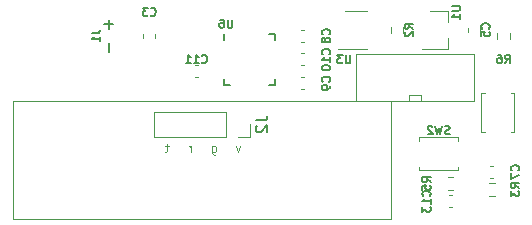
<source format=gbo>
G04 #@! TF.GenerationSoftware,KiCad,Pcbnew,(5.1.10)-1*
G04 #@! TF.CreationDate,2021-12-13T15:30:27+09:00*
G04 #@! TF.ProjectId,cat_tracker,6361745f-7472-4616-936b-65722e6b6963,rev?*
G04 #@! TF.SameCoordinates,Original*
G04 #@! TF.FileFunction,Legend,Bot*
G04 #@! TF.FilePolarity,Positive*
%FSLAX46Y46*%
G04 Gerber Fmt 4.6, Leading zero omitted, Abs format (unit mm)*
G04 Created by KiCad (PCBNEW (5.1.10)-1) date 2021-12-13 15:30:27*
%MOMM*%
%LPD*%
G01*
G04 APERTURE LIST*
%ADD10C,0.100000*%
%ADD11C,0.150000*%
%ADD12C,0.120000*%
G04 APERTURE END LIST*
D10*
X41166666Y-42350000D02*
X41000000Y-42816666D01*
X40833333Y-42350000D01*
X38850000Y-42350000D02*
X38850000Y-42916666D01*
X38883333Y-42983333D01*
X38916666Y-43016666D01*
X38983333Y-43050000D01*
X39083333Y-43050000D01*
X39150000Y-43016666D01*
X38850000Y-42783333D02*
X38916666Y-42816666D01*
X39050000Y-42816666D01*
X39116666Y-42783333D01*
X39150000Y-42750000D01*
X39183333Y-42683333D01*
X39183333Y-42483333D01*
X39150000Y-42416666D01*
X39116666Y-42383333D01*
X39050000Y-42350000D01*
X38916666Y-42350000D01*
X38850000Y-42383333D01*
X37050000Y-42816666D02*
X37050000Y-42350000D01*
X37050000Y-42483333D02*
X37016666Y-42416666D01*
X36983333Y-42383333D01*
X36916666Y-42350000D01*
X36850000Y-42350000D01*
X35133333Y-42350000D02*
X34866666Y-42350000D01*
X35033333Y-42116666D02*
X35033333Y-42716666D01*
X35000000Y-42783333D01*
X34933333Y-42816666D01*
X34866666Y-42816666D01*
D11*
X30071428Y-33619047D02*
X30071428Y-34380952D01*
X30071428Y-31619047D02*
X30071428Y-32380952D01*
X30452380Y-32000000D02*
X29690476Y-32000000D01*
D12*
X22000000Y-48500000D02*
X22000000Y-38500000D01*
X54000000Y-48500000D02*
X22000000Y-48500000D01*
X54000000Y-38500000D02*
X54000000Y-48500000D01*
X22000000Y-38500000D02*
X54000000Y-38500000D01*
X33940000Y-41560000D02*
X33940000Y-39440000D01*
X40000000Y-41560000D02*
X33940000Y-41560000D01*
X40000000Y-39440000D02*
X33940000Y-39440000D01*
X40000000Y-41560000D02*
X40000000Y-39440000D01*
X41000000Y-41560000D02*
X42060000Y-41560000D01*
X42060000Y-41560000D02*
X42060000Y-40500000D01*
X51000000Y-34500000D02*
X51000000Y-38500000D01*
X51000000Y-38500000D02*
X61000000Y-38500000D01*
X61000000Y-38500000D02*
X61000000Y-34500000D01*
X61000000Y-34500000D02*
X51000000Y-34500000D01*
X56500000Y-38500000D02*
X56500000Y-38000000D01*
X56500000Y-38000000D02*
X55500000Y-38000000D01*
X55500000Y-38000000D02*
X55500000Y-38500000D01*
X58762742Y-46022500D02*
X59237258Y-46022500D01*
X58762742Y-44977500D02*
X59237258Y-44977500D01*
X64022500Y-33237258D02*
X64022500Y-32762742D01*
X62977500Y-33237258D02*
X62977500Y-32762742D01*
X62737258Y-45477500D02*
X62262742Y-45477500D01*
X62737258Y-46522500D02*
X62262742Y-46522500D01*
X55022500Y-32737258D02*
X55022500Y-32262742D01*
X53977500Y-32737258D02*
X53977500Y-32262742D01*
X58859420Y-47510000D02*
X59140580Y-47510000D01*
X58859420Y-46490000D02*
X59140580Y-46490000D01*
X37359420Y-36510000D02*
X37640580Y-36510000D01*
X37359420Y-35490000D02*
X37640580Y-35490000D01*
X46640580Y-34490000D02*
X46359420Y-34490000D01*
X46640580Y-35510000D02*
X46359420Y-35510000D01*
X46359420Y-37510000D02*
X46640580Y-37510000D01*
X46359420Y-36490000D02*
X46640580Y-36490000D01*
X46359420Y-33510000D02*
X46640580Y-33510000D01*
X46359420Y-32490000D02*
X46640580Y-32490000D01*
X62359420Y-45010000D02*
X62640580Y-45010000D01*
X62359420Y-43990000D02*
X62640580Y-43990000D01*
X60490000Y-32359420D02*
X60490000Y-32640580D01*
X61510000Y-32359420D02*
X61510000Y-32640580D01*
X32990000Y-32859420D02*
X32990000Y-33140580D01*
X34010000Y-32859420D02*
X34010000Y-33140580D01*
X56350000Y-41600000D02*
X56350000Y-41900000D01*
X59650000Y-41600000D02*
X56350000Y-41600000D01*
X59650000Y-41900000D02*
X59650000Y-41600000D01*
X56350000Y-44400000D02*
X56350000Y-44100000D01*
X59650000Y-44400000D02*
X56350000Y-44400000D01*
X59650000Y-44100000D02*
X59650000Y-44400000D01*
X61600000Y-41150000D02*
X61900000Y-41150000D01*
X61600000Y-37850000D02*
X61600000Y-41150000D01*
X61900000Y-37850000D02*
X61600000Y-37850000D01*
X64400000Y-41150000D02*
X64100000Y-41150000D01*
X64400000Y-37850000D02*
X64400000Y-41150000D01*
X64100000Y-37850000D02*
X64400000Y-37850000D01*
D11*
X39850000Y-37150000D02*
X40375000Y-37150000D01*
X44150000Y-32850000D02*
X43625000Y-32850000D01*
X44150000Y-37150000D02*
X43625000Y-37150000D01*
X39850000Y-32850000D02*
X39850000Y-33375000D01*
X44150000Y-32850000D02*
X44150000Y-33375000D01*
X44150000Y-37150000D02*
X44150000Y-36625000D01*
X39850000Y-37150000D02*
X39850000Y-36625000D01*
D12*
X50100000Y-30890000D02*
X51900000Y-30890000D01*
X51900000Y-34110000D02*
X49450000Y-34110000D01*
X58760000Y-30920000D02*
X58760000Y-31850000D01*
X58760000Y-34080000D02*
X58760000Y-33150000D01*
X58760000Y-34080000D02*
X56600000Y-34080000D01*
X58760000Y-30920000D02*
X57300000Y-30920000D01*
D11*
X42512380Y-40166666D02*
X43226666Y-40166666D01*
X43369523Y-40119047D01*
X43464761Y-40023809D01*
X43512380Y-39880952D01*
X43512380Y-39785714D01*
X42607619Y-40595238D02*
X42560000Y-40642857D01*
X42512380Y-40738095D01*
X42512380Y-40976190D01*
X42560000Y-41071428D01*
X42607619Y-41119047D01*
X42702857Y-41166666D01*
X42798095Y-41166666D01*
X42940952Y-41119047D01*
X43512380Y-40547619D01*
X43512380Y-41166666D01*
X28616666Y-32766666D02*
X29116666Y-32766666D01*
X29216666Y-32733333D01*
X29283333Y-32666666D01*
X29316666Y-32566666D01*
X29316666Y-32500000D01*
X29316666Y-33466666D02*
X29316666Y-33066666D01*
X29316666Y-33266666D02*
X28616666Y-33266666D01*
X28716666Y-33200000D01*
X28783333Y-33133333D01*
X28816666Y-33066666D01*
X57316666Y-45383333D02*
X56983333Y-45150000D01*
X57316666Y-44983333D02*
X56616666Y-44983333D01*
X56616666Y-45250000D01*
X56650000Y-45316666D01*
X56683333Y-45350000D01*
X56750000Y-45383333D01*
X56850000Y-45383333D01*
X56916666Y-45350000D01*
X56950000Y-45316666D01*
X56983333Y-45250000D01*
X56983333Y-44983333D01*
X56616666Y-46016666D02*
X56616666Y-45683333D01*
X56950000Y-45650000D01*
X56916666Y-45683333D01*
X56883333Y-45750000D01*
X56883333Y-45916666D01*
X56916666Y-45983333D01*
X56950000Y-46016666D01*
X57016666Y-46050000D01*
X57183333Y-46050000D01*
X57250000Y-46016666D01*
X57283333Y-45983333D01*
X57316666Y-45916666D01*
X57316666Y-45750000D01*
X57283333Y-45683333D01*
X57250000Y-45650000D01*
X63616666Y-35316666D02*
X63850000Y-34983333D01*
X64016666Y-35316666D02*
X64016666Y-34616666D01*
X63750000Y-34616666D01*
X63683333Y-34650000D01*
X63650000Y-34683333D01*
X63616666Y-34750000D01*
X63616666Y-34850000D01*
X63650000Y-34916666D01*
X63683333Y-34950000D01*
X63750000Y-34983333D01*
X64016666Y-34983333D01*
X63016666Y-34616666D02*
X63150000Y-34616666D01*
X63216666Y-34650000D01*
X63250000Y-34683333D01*
X63316666Y-34783333D01*
X63350000Y-34916666D01*
X63350000Y-35183333D01*
X63316666Y-35250000D01*
X63283333Y-35283333D01*
X63216666Y-35316666D01*
X63083333Y-35316666D01*
X63016666Y-35283333D01*
X62983333Y-35250000D01*
X62950000Y-35183333D01*
X62950000Y-35016666D01*
X62983333Y-34950000D01*
X63016666Y-34916666D01*
X63083333Y-34883333D01*
X63216666Y-34883333D01*
X63283333Y-34916666D01*
X63316666Y-34950000D01*
X63350000Y-35016666D01*
X64816666Y-45883333D02*
X64483333Y-45650000D01*
X64816666Y-45483333D02*
X64116666Y-45483333D01*
X64116666Y-45750000D01*
X64150000Y-45816666D01*
X64183333Y-45850000D01*
X64250000Y-45883333D01*
X64350000Y-45883333D01*
X64416666Y-45850000D01*
X64450000Y-45816666D01*
X64483333Y-45750000D01*
X64483333Y-45483333D01*
X64116666Y-46116666D02*
X64116666Y-46550000D01*
X64383333Y-46316666D01*
X64383333Y-46416666D01*
X64416666Y-46483333D01*
X64450000Y-46516666D01*
X64516666Y-46550000D01*
X64683333Y-46550000D01*
X64750000Y-46516666D01*
X64783333Y-46483333D01*
X64816666Y-46416666D01*
X64816666Y-46216666D01*
X64783333Y-46150000D01*
X64750000Y-46116666D01*
X55816666Y-32383333D02*
X55483333Y-32150000D01*
X55816666Y-31983333D02*
X55116666Y-31983333D01*
X55116666Y-32250000D01*
X55150000Y-32316666D01*
X55183333Y-32350000D01*
X55250000Y-32383333D01*
X55350000Y-32383333D01*
X55416666Y-32350000D01*
X55450000Y-32316666D01*
X55483333Y-32250000D01*
X55483333Y-31983333D01*
X55183333Y-32650000D02*
X55150000Y-32683333D01*
X55116666Y-32750000D01*
X55116666Y-32916666D01*
X55150000Y-32983333D01*
X55183333Y-33016666D01*
X55250000Y-33050000D01*
X55316666Y-33050000D01*
X55416666Y-33016666D01*
X55816666Y-32616666D01*
X55816666Y-33050000D01*
X57250000Y-46550000D02*
X57283333Y-46516666D01*
X57316666Y-46416666D01*
X57316666Y-46350000D01*
X57283333Y-46250000D01*
X57216666Y-46183333D01*
X57150000Y-46150000D01*
X57016666Y-46116666D01*
X56916666Y-46116666D01*
X56783333Y-46150000D01*
X56716666Y-46183333D01*
X56650000Y-46250000D01*
X56616666Y-46350000D01*
X56616666Y-46416666D01*
X56650000Y-46516666D01*
X56683333Y-46550000D01*
X57316666Y-47216666D02*
X57316666Y-46816666D01*
X57316666Y-47016666D02*
X56616666Y-47016666D01*
X56716666Y-46950000D01*
X56783333Y-46883333D01*
X56816666Y-46816666D01*
X56616666Y-47450000D02*
X56616666Y-47883333D01*
X56883333Y-47650000D01*
X56883333Y-47750000D01*
X56916666Y-47816666D01*
X56950000Y-47850000D01*
X57016666Y-47883333D01*
X57183333Y-47883333D01*
X57250000Y-47850000D01*
X57283333Y-47816666D01*
X57316666Y-47750000D01*
X57316666Y-47550000D01*
X57283333Y-47483333D01*
X57250000Y-47450000D01*
X37950000Y-35250000D02*
X37983333Y-35283333D01*
X38083333Y-35316666D01*
X38150000Y-35316666D01*
X38250000Y-35283333D01*
X38316666Y-35216666D01*
X38350000Y-35150000D01*
X38383333Y-35016666D01*
X38383333Y-34916666D01*
X38350000Y-34783333D01*
X38316666Y-34716666D01*
X38250000Y-34650000D01*
X38150000Y-34616666D01*
X38083333Y-34616666D01*
X37983333Y-34650000D01*
X37950000Y-34683333D01*
X37283333Y-35316666D02*
X37683333Y-35316666D01*
X37483333Y-35316666D02*
X37483333Y-34616666D01*
X37550000Y-34716666D01*
X37616666Y-34783333D01*
X37683333Y-34816666D01*
X36616666Y-35316666D02*
X37016666Y-35316666D01*
X36816666Y-35316666D02*
X36816666Y-34616666D01*
X36883333Y-34716666D01*
X36950000Y-34783333D01*
X37016666Y-34816666D01*
X48750000Y-34550000D02*
X48783333Y-34516666D01*
X48816666Y-34416666D01*
X48816666Y-34350000D01*
X48783333Y-34250000D01*
X48716666Y-34183333D01*
X48650000Y-34150000D01*
X48516666Y-34116666D01*
X48416666Y-34116666D01*
X48283333Y-34150000D01*
X48216666Y-34183333D01*
X48150000Y-34250000D01*
X48116666Y-34350000D01*
X48116666Y-34416666D01*
X48150000Y-34516666D01*
X48183333Y-34550000D01*
X48816666Y-35216666D02*
X48816666Y-34816666D01*
X48816666Y-35016666D02*
X48116666Y-35016666D01*
X48216666Y-34950000D01*
X48283333Y-34883333D01*
X48316666Y-34816666D01*
X48116666Y-35650000D02*
X48116666Y-35716666D01*
X48150000Y-35783333D01*
X48183333Y-35816666D01*
X48250000Y-35850000D01*
X48383333Y-35883333D01*
X48550000Y-35883333D01*
X48683333Y-35850000D01*
X48750000Y-35816666D01*
X48783333Y-35783333D01*
X48816666Y-35716666D01*
X48816666Y-35650000D01*
X48783333Y-35583333D01*
X48750000Y-35550000D01*
X48683333Y-35516666D01*
X48550000Y-35483333D01*
X48383333Y-35483333D01*
X48250000Y-35516666D01*
X48183333Y-35550000D01*
X48150000Y-35583333D01*
X48116666Y-35650000D01*
X48750000Y-36883333D02*
X48783333Y-36850000D01*
X48816666Y-36750000D01*
X48816666Y-36683333D01*
X48783333Y-36583333D01*
X48716666Y-36516666D01*
X48650000Y-36483333D01*
X48516666Y-36450000D01*
X48416666Y-36450000D01*
X48283333Y-36483333D01*
X48216666Y-36516666D01*
X48150000Y-36583333D01*
X48116666Y-36683333D01*
X48116666Y-36750000D01*
X48150000Y-36850000D01*
X48183333Y-36883333D01*
X48816666Y-37216666D02*
X48816666Y-37350000D01*
X48783333Y-37416666D01*
X48750000Y-37450000D01*
X48650000Y-37516666D01*
X48516666Y-37550000D01*
X48250000Y-37550000D01*
X48183333Y-37516666D01*
X48150000Y-37483333D01*
X48116666Y-37416666D01*
X48116666Y-37283333D01*
X48150000Y-37216666D01*
X48183333Y-37183333D01*
X48250000Y-37150000D01*
X48416666Y-37150000D01*
X48483333Y-37183333D01*
X48516666Y-37216666D01*
X48550000Y-37283333D01*
X48550000Y-37416666D01*
X48516666Y-37483333D01*
X48483333Y-37516666D01*
X48416666Y-37550000D01*
X48750000Y-32883333D02*
X48783333Y-32850000D01*
X48816666Y-32750000D01*
X48816666Y-32683333D01*
X48783333Y-32583333D01*
X48716666Y-32516666D01*
X48650000Y-32483333D01*
X48516666Y-32450000D01*
X48416666Y-32450000D01*
X48283333Y-32483333D01*
X48216666Y-32516666D01*
X48150000Y-32583333D01*
X48116666Y-32683333D01*
X48116666Y-32750000D01*
X48150000Y-32850000D01*
X48183333Y-32883333D01*
X48416666Y-33283333D02*
X48383333Y-33216666D01*
X48350000Y-33183333D01*
X48283333Y-33150000D01*
X48250000Y-33150000D01*
X48183333Y-33183333D01*
X48150000Y-33216666D01*
X48116666Y-33283333D01*
X48116666Y-33416666D01*
X48150000Y-33483333D01*
X48183333Y-33516666D01*
X48250000Y-33550000D01*
X48283333Y-33550000D01*
X48350000Y-33516666D01*
X48383333Y-33483333D01*
X48416666Y-33416666D01*
X48416666Y-33283333D01*
X48450000Y-33216666D01*
X48483333Y-33183333D01*
X48550000Y-33150000D01*
X48683333Y-33150000D01*
X48750000Y-33183333D01*
X48783333Y-33216666D01*
X48816666Y-33283333D01*
X48816666Y-33416666D01*
X48783333Y-33483333D01*
X48750000Y-33516666D01*
X48683333Y-33550000D01*
X48550000Y-33550000D01*
X48483333Y-33516666D01*
X48450000Y-33483333D01*
X48416666Y-33416666D01*
X64750000Y-44383333D02*
X64783333Y-44350000D01*
X64816666Y-44250000D01*
X64816666Y-44183333D01*
X64783333Y-44083333D01*
X64716666Y-44016666D01*
X64650000Y-43983333D01*
X64516666Y-43950000D01*
X64416666Y-43950000D01*
X64283333Y-43983333D01*
X64216666Y-44016666D01*
X64150000Y-44083333D01*
X64116666Y-44183333D01*
X64116666Y-44250000D01*
X64150000Y-44350000D01*
X64183333Y-44383333D01*
X64116666Y-44616666D02*
X64116666Y-45083333D01*
X64816666Y-44783333D01*
X62250000Y-32383333D02*
X62283333Y-32350000D01*
X62316666Y-32250000D01*
X62316666Y-32183333D01*
X62283333Y-32083333D01*
X62216666Y-32016666D01*
X62150000Y-31983333D01*
X62016666Y-31950000D01*
X61916666Y-31950000D01*
X61783333Y-31983333D01*
X61716666Y-32016666D01*
X61650000Y-32083333D01*
X61616666Y-32183333D01*
X61616666Y-32250000D01*
X61650000Y-32350000D01*
X61683333Y-32383333D01*
X61616666Y-33016666D02*
X61616666Y-32683333D01*
X61950000Y-32650000D01*
X61916666Y-32683333D01*
X61883333Y-32750000D01*
X61883333Y-32916666D01*
X61916666Y-32983333D01*
X61950000Y-33016666D01*
X62016666Y-33050000D01*
X62183333Y-33050000D01*
X62250000Y-33016666D01*
X62283333Y-32983333D01*
X62316666Y-32916666D01*
X62316666Y-32750000D01*
X62283333Y-32683333D01*
X62250000Y-32650000D01*
X33616666Y-31250000D02*
X33650000Y-31283333D01*
X33750000Y-31316666D01*
X33816666Y-31316666D01*
X33916666Y-31283333D01*
X33983333Y-31216666D01*
X34016666Y-31150000D01*
X34050000Y-31016666D01*
X34050000Y-30916666D01*
X34016666Y-30783333D01*
X33983333Y-30716666D01*
X33916666Y-30650000D01*
X33816666Y-30616666D01*
X33750000Y-30616666D01*
X33650000Y-30650000D01*
X33616666Y-30683333D01*
X33383333Y-30616666D02*
X32950000Y-30616666D01*
X33183333Y-30883333D01*
X33083333Y-30883333D01*
X33016666Y-30916666D01*
X32983333Y-30950000D01*
X32950000Y-31016666D01*
X32950000Y-31183333D01*
X32983333Y-31250000D01*
X33016666Y-31283333D01*
X33083333Y-31316666D01*
X33283333Y-31316666D01*
X33350000Y-31283333D01*
X33383333Y-31250000D01*
X58933333Y-41283333D02*
X58833333Y-41316666D01*
X58666666Y-41316666D01*
X58600000Y-41283333D01*
X58566666Y-41250000D01*
X58533333Y-41183333D01*
X58533333Y-41116666D01*
X58566666Y-41050000D01*
X58600000Y-41016666D01*
X58666666Y-40983333D01*
X58800000Y-40950000D01*
X58866666Y-40916666D01*
X58900000Y-40883333D01*
X58933333Y-40816666D01*
X58933333Y-40750000D01*
X58900000Y-40683333D01*
X58866666Y-40650000D01*
X58800000Y-40616666D01*
X58633333Y-40616666D01*
X58533333Y-40650000D01*
X58300000Y-40616666D02*
X58133333Y-41316666D01*
X58000000Y-40816666D01*
X57866666Y-41316666D01*
X57700000Y-40616666D01*
X57466666Y-40683333D02*
X57433333Y-40650000D01*
X57366666Y-40616666D01*
X57200000Y-40616666D01*
X57133333Y-40650000D01*
X57100000Y-40683333D01*
X57066666Y-40750000D01*
X57066666Y-40816666D01*
X57100000Y-40916666D01*
X57500000Y-41316666D01*
X57066666Y-41316666D01*
X40533333Y-31616666D02*
X40533333Y-32183333D01*
X40500000Y-32250000D01*
X40466666Y-32283333D01*
X40400000Y-32316666D01*
X40266666Y-32316666D01*
X40200000Y-32283333D01*
X40166666Y-32250000D01*
X40133333Y-32183333D01*
X40133333Y-31616666D01*
X39500000Y-31616666D02*
X39633333Y-31616666D01*
X39700000Y-31650000D01*
X39733333Y-31683333D01*
X39800000Y-31783333D01*
X39833333Y-31916666D01*
X39833333Y-32183333D01*
X39800000Y-32250000D01*
X39766666Y-32283333D01*
X39700000Y-32316666D01*
X39566666Y-32316666D01*
X39500000Y-32283333D01*
X39466666Y-32250000D01*
X39433333Y-32183333D01*
X39433333Y-32016666D01*
X39466666Y-31950000D01*
X39500000Y-31916666D01*
X39566666Y-31883333D01*
X39700000Y-31883333D01*
X39766666Y-31916666D01*
X39800000Y-31950000D01*
X39833333Y-32016666D01*
X50533333Y-34616666D02*
X50533333Y-35183333D01*
X50500000Y-35250000D01*
X50466666Y-35283333D01*
X50400000Y-35316666D01*
X50266666Y-35316666D01*
X50200000Y-35283333D01*
X50166666Y-35250000D01*
X50133333Y-35183333D01*
X50133333Y-34616666D01*
X49866666Y-34616666D02*
X49433333Y-34616666D01*
X49666666Y-34883333D01*
X49566666Y-34883333D01*
X49500000Y-34916666D01*
X49466666Y-34950000D01*
X49433333Y-35016666D01*
X49433333Y-35183333D01*
X49466666Y-35250000D01*
X49500000Y-35283333D01*
X49566666Y-35316666D01*
X49766666Y-35316666D01*
X49833333Y-35283333D01*
X49866666Y-35250000D01*
X59116666Y-30466666D02*
X59683333Y-30466666D01*
X59750000Y-30500000D01*
X59783333Y-30533333D01*
X59816666Y-30600000D01*
X59816666Y-30733333D01*
X59783333Y-30800000D01*
X59750000Y-30833333D01*
X59683333Y-30866666D01*
X59116666Y-30866666D01*
X59816666Y-31566666D02*
X59816666Y-31166666D01*
X59816666Y-31366666D02*
X59116666Y-31366666D01*
X59216666Y-31300000D01*
X59283333Y-31233333D01*
X59316666Y-31166666D01*
M02*

</source>
